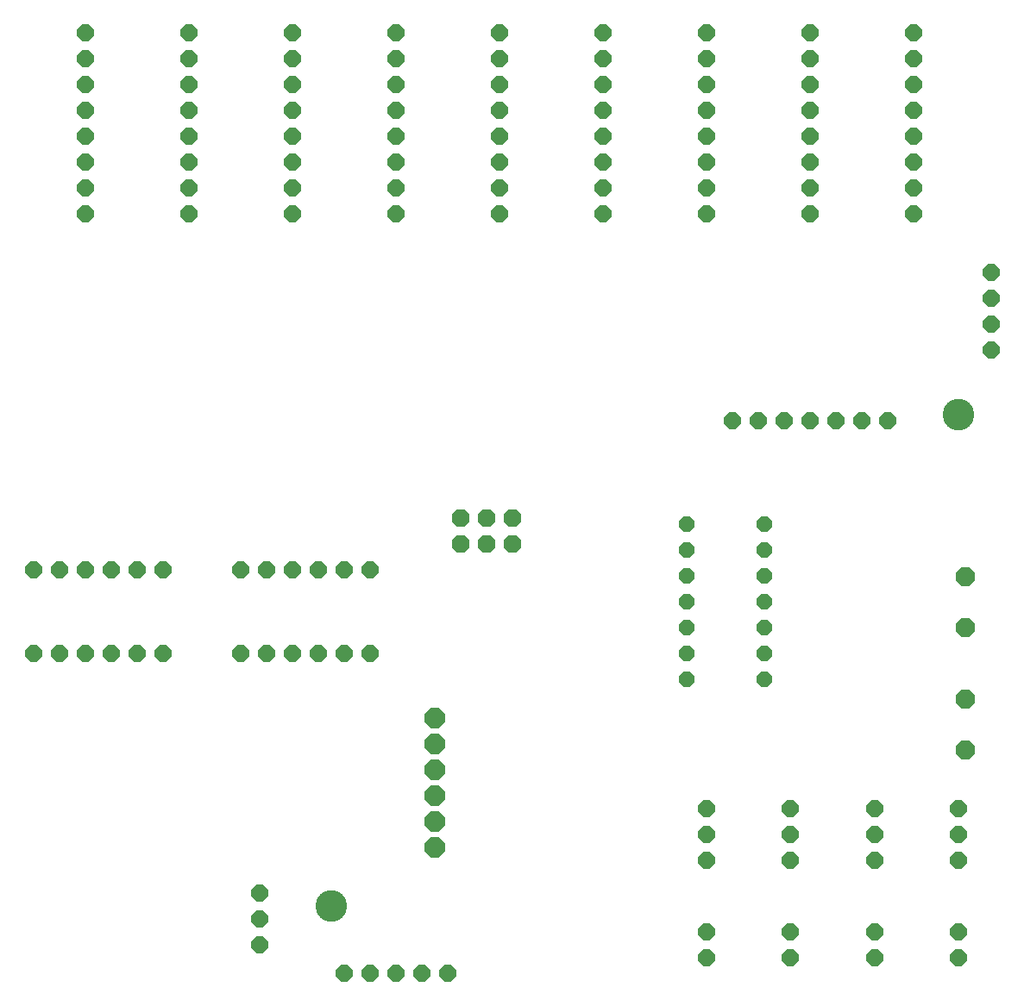
<source format=gbs>
G04 EAGLE Gerber RS-274X export*
G75*
%MOMM*%
%FSLAX34Y34*%
%LPD*%
%INSoldermask Bottom*%
%IPPOS*%
%AMOC8*
5,1,8,0,0,1.08239X$1,22.5*%
G01*
%ADD10P,1.759533X8X22.500000*%
%ADD11P,1.759533X8X292.500000*%
%ADD12P,1.869504X8X112.500000*%
%ADD13P,1.564054X8X202.500000*%
%ADD14P,2.048207X8X202.500000*%
%ADD15P,1.759533X8X112.500000*%
%ADD16P,2.144431X8X22.500000*%
%ADD17C,3.101600*%


D10*
X88900Y895350D03*
X88900Y920750D03*
X88900Y946150D03*
X88900Y869950D03*
X88900Y844550D03*
X88900Y819150D03*
X88900Y793750D03*
X88900Y768350D03*
D11*
X114300Y419100D03*
X139700Y419100D03*
X165100Y419100D03*
X88900Y419100D03*
X63500Y419100D03*
X38100Y419100D03*
X114300Y336550D03*
X139700Y336550D03*
X165100Y336550D03*
X88900Y336550D03*
X63500Y336550D03*
X38100Y336550D03*
X317500Y419100D03*
X342900Y419100D03*
X368300Y419100D03*
X292100Y419100D03*
X266700Y419100D03*
X241300Y419100D03*
X317500Y336550D03*
X342900Y336550D03*
X368300Y336550D03*
X292100Y336550D03*
X266700Y336550D03*
X241300Y336550D03*
X825500Y565150D03*
X850900Y565150D03*
X876300Y565150D03*
X800100Y565150D03*
X774700Y565150D03*
X749300Y565150D03*
X723900Y565150D03*
D12*
X482600Y444500D03*
X482600Y469900D03*
X457200Y469900D03*
X457200Y444500D03*
X508000Y444500D03*
X508000Y469900D03*
D13*
X755650Y311150D03*
X755650Y336550D03*
X755650Y361950D03*
X755650Y387350D03*
X755650Y412750D03*
X755650Y438150D03*
X755650Y463550D03*
X679450Y463550D03*
X679450Y438150D03*
X679450Y412750D03*
X679450Y387350D03*
X679450Y361950D03*
X679450Y336550D03*
X679450Y311150D03*
D10*
X190500Y895350D03*
X190500Y920750D03*
X190500Y946150D03*
X190500Y869950D03*
X190500Y844550D03*
X190500Y819150D03*
X190500Y793750D03*
X190500Y768350D03*
X292100Y895350D03*
X292100Y920750D03*
X292100Y946150D03*
X292100Y869950D03*
X292100Y844550D03*
X292100Y819150D03*
X292100Y793750D03*
X292100Y768350D03*
X393700Y895350D03*
X393700Y920750D03*
X393700Y946150D03*
X393700Y869950D03*
X393700Y844550D03*
X393700Y819150D03*
X393700Y793750D03*
X393700Y768350D03*
X495300Y895350D03*
X495300Y920750D03*
X495300Y946150D03*
X495300Y869950D03*
X495300Y844550D03*
X495300Y819150D03*
X495300Y793750D03*
X495300Y768350D03*
X596900Y895350D03*
X596900Y920750D03*
X596900Y946150D03*
X596900Y869950D03*
X596900Y844550D03*
X596900Y819150D03*
X596900Y793750D03*
X596900Y768350D03*
X698500Y895350D03*
X698500Y920750D03*
X698500Y946150D03*
X698500Y869950D03*
X698500Y844550D03*
X698500Y819150D03*
X698500Y793750D03*
X698500Y768350D03*
X800100Y895350D03*
X800100Y920750D03*
X800100Y946150D03*
X800100Y869950D03*
X800100Y844550D03*
X800100Y819150D03*
X800100Y793750D03*
X800100Y768350D03*
X901700Y895350D03*
X901700Y920750D03*
X901700Y946150D03*
X901700Y869950D03*
X901700Y844550D03*
X901700Y819150D03*
X901700Y793750D03*
X901700Y768350D03*
D14*
X952500Y362350D03*
X952500Y412350D03*
X952500Y241700D03*
X952500Y291700D03*
D10*
X260350Y101600D03*
X260350Y76200D03*
X260350Y50800D03*
X946150Y38100D03*
X946150Y63500D03*
X863600Y38100D03*
X863600Y63500D03*
X781050Y38100D03*
X781050Y63500D03*
X698500Y38100D03*
X698500Y63500D03*
X946150Y133350D03*
X946150Y158750D03*
X946150Y184150D03*
X863600Y133350D03*
X863600Y158750D03*
X863600Y184150D03*
X781050Y133350D03*
X781050Y158750D03*
X781050Y184150D03*
X698500Y133350D03*
X698500Y158750D03*
X698500Y184150D03*
D15*
X342900Y22860D03*
X368300Y22860D03*
X393700Y22860D03*
X419100Y22860D03*
X444500Y22860D03*
D10*
X977900Y711200D03*
X977900Y685800D03*
X977900Y660400D03*
X977900Y635000D03*
D16*
X431800Y273050D03*
X431800Y247650D03*
X431800Y222250D03*
X431800Y196850D03*
X431800Y171450D03*
X431800Y146050D03*
D17*
X946150Y571500D03*
X330200Y88900D03*
M02*

</source>
